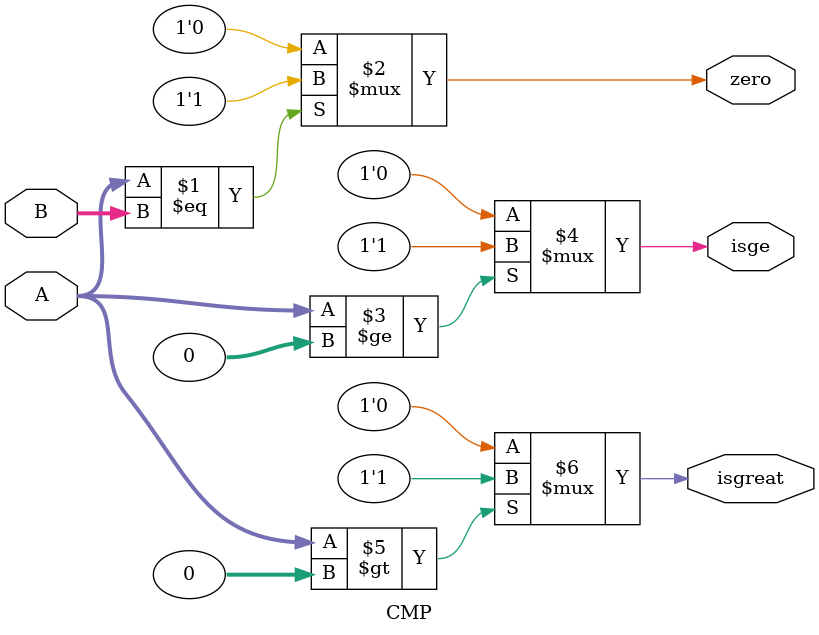
<source format=v>
`timescale 1ns / 1ps
module CMP(
    input [31:0] A,
    input [31:0] B,
    output zero,
	 output isge,
	 output isgreat
    );
	 
	 assign zero = (A==B)? 1'b1 : 1'b0;
	 
	 assign isge = ($signed(A) >= $signed(0))? 1'b1 : 1'b0;
	 
	 assign isgreat = ($signed(A) > $signed(0))? 1'b1 : 1'b0;


endmodule

</source>
